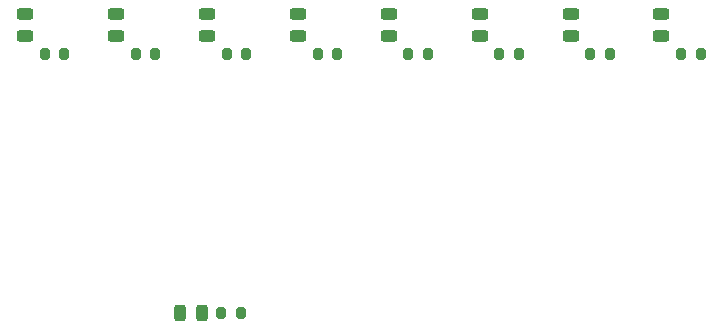
<source format=gtp>
G04 #@! TF.GenerationSoftware,KiCad,Pcbnew,7.0.7*
G04 #@! TF.CreationDate,2023-09-05T00:15:25-07:00*
G04 #@! TF.ProjectId,Power Supply Board Ground Systems V1.1,506f7765-7220-4537-9570-706c7920426f,rev?*
G04 #@! TF.SameCoordinates,Original*
G04 #@! TF.FileFunction,Paste,Top*
G04 #@! TF.FilePolarity,Positive*
%FSLAX46Y46*%
G04 Gerber Fmt 4.6, Leading zero omitted, Abs format (unit mm)*
G04 Created by KiCad (PCBNEW 7.0.7) date 2023-09-05 00:15:25*
%MOMM*%
%LPD*%
G01*
G04 APERTURE LIST*
G04 Aperture macros list*
%AMRoundRect*
0 Rectangle with rounded corners*
0 $1 Rounding radius*
0 $2 $3 $4 $5 $6 $7 $8 $9 X,Y pos of 4 corners*
0 Add a 4 corners polygon primitive as box body*
4,1,4,$2,$3,$4,$5,$6,$7,$8,$9,$2,$3,0*
0 Add four circle primitives for the rounded corners*
1,1,$1+$1,$2,$3*
1,1,$1+$1,$4,$5*
1,1,$1+$1,$6,$7*
1,1,$1+$1,$8,$9*
0 Add four rect primitives between the rounded corners*
20,1,$1+$1,$2,$3,$4,$5,0*
20,1,$1+$1,$4,$5,$6,$7,0*
20,1,$1+$1,$6,$7,$8,$9,0*
20,1,$1+$1,$8,$9,$2,$3,0*%
G04 Aperture macros list end*
%ADD10RoundRect,0.243750X-0.456250X0.243750X-0.456250X-0.243750X0.456250X-0.243750X0.456250X0.243750X0*%
%ADD11RoundRect,0.200000X-0.200000X-0.275000X0.200000X-0.275000X0.200000X0.275000X-0.200000X0.275000X0*%
%ADD12RoundRect,0.243750X-0.243750X-0.456250X0.243750X-0.456250X0.243750X0.456250X-0.243750X0.456250X0*%
G04 APERTURE END LIST*
D10*
X63066513Y-39398500D03*
X63066513Y-41273500D03*
D11*
X95501000Y-42799800D03*
X97151000Y-42799800D03*
D10*
X86144226Y-39398500D03*
X86144226Y-41273500D03*
D11*
X80108600Y-42799800D03*
X81758600Y-42799800D03*
X64716200Y-42799800D03*
X66366200Y-42799800D03*
X49323800Y-42799800D03*
X50973800Y-42799800D03*
D10*
X47681371Y-39398500D03*
X47681371Y-41273500D03*
D11*
X57020000Y-42799800D03*
X58670000Y-42799800D03*
X87804800Y-42799800D03*
X89454800Y-42799800D03*
X41627600Y-42799800D03*
X43277600Y-42799800D03*
D12*
X53092501Y-64720001D03*
X54967501Y-64720001D03*
D10*
X78451655Y-39398500D03*
X78451655Y-41273500D03*
D11*
X72412400Y-42799800D03*
X74062400Y-42799800D03*
D10*
X39988800Y-39398500D03*
X39988800Y-41273500D03*
D11*
X56575000Y-64710000D03*
X58225000Y-64710000D03*
D10*
X93836800Y-39398500D03*
X93836800Y-41273500D03*
X55373942Y-39398500D03*
X55373942Y-41273500D03*
X70759084Y-39398500D03*
X70759084Y-41273500D03*
M02*

</source>
